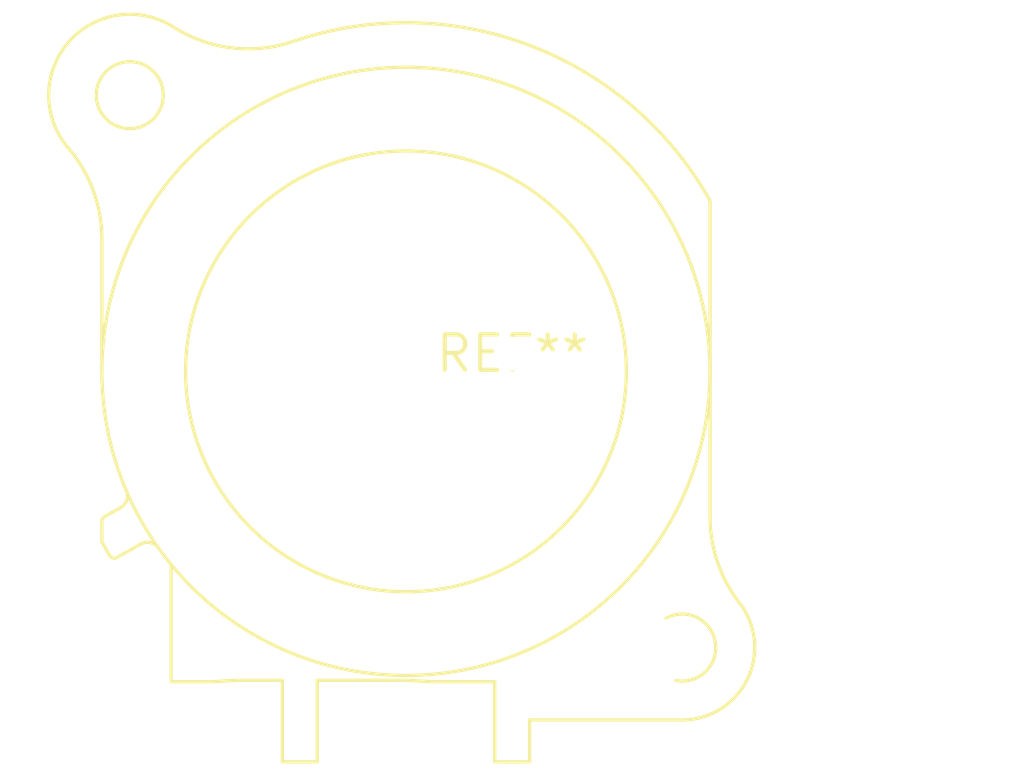
<source format=kicad_pcb>
(kicad_pcb (version 20240108) (generator pcbnew)
  (layers (0 "F.Cu" signal) (31 "B.Cu" signal) (34 "B.Paste" user) (35 "F.Paste" user) (36 "B.SilkS" user "B.Silkscreen") (37 "F.SilkS" user "F.Silkscreen") (38 "B.Mask" user) (39 "F.Mask" user) (44 "Edge.Cuts" user))
  (net 0 "")
  (footprint "Jack_XLR_Neutrik_NC5FAV-DA_Vertical" (layer "F.Cu") (at 0 0)
    (property "Reference" "REF**")
    (property "Value" "Jack_XLR_Neutrik_NC5FAV-DA_Vertical")
    (fp_line (start -14.71 0.635) (end -14.71 -4.13) (layer "F.SilkS") (stroke (width 0.12)))
    (fp_line (start -14.71 6.01) (end -14.71 6.7) (layer "F.SilkS") (stroke (width 0.12)))
    (fp_line (start -14.68 6.8) (end -14.43 7.24) (layer "F.SilkS") (stroke (width 0.12)))
    (fp_line (start -14.61 5.84) (end -14 5.5) (layer "F.SilkS") (stroke (width 0.12)))
    (fp_line (start -14.16 7.3) (end -13.27 6.8) (layer "F.SilkS") (stroke (width 0.12)))
    (fp_line (start -12.23 11.76) (end -12.23 7.62) (layer "F.SilkS") (stroke (width 0.12)))
    (fp_line (start -10.73 11.76) (end -12.23 11.76) (layer "F.SilkS") (stroke (width 0.12)))
    (fp_line (start -9.89 11.71) (end -10.73 11.76) (layer "F.SilkS") (stroke (width 0.12)))
    (fp_line (start -8.24 11.71) (end -9.89 11.71) (layer "F.SilkS") (stroke (width 0.12)))
    (fp_line (start -8.24 11.71) (end -8.24 14.63) (layer "F.SilkS") (stroke (width 0.12)))
    (fp_line (start -6.99 14.63) (end -8.24 14.63) (layer "F.SilkS") (stroke (width 0.12)))
    (fp_line (start -6.99 14.63) (end -6.99 11.71) (layer "F.SilkS") (stroke (width 0.12)))
    (fp_line (start -3.73 11.71) (end -6.99 11.71) (layer "F.SilkS") (stroke (width 0.12)))
    (fp_line (start -2.89 11.76) (end -3.73 11.71) (layer "F.SilkS") (stroke (width 0.12)))
    (fp_line (start -0.63 11.76) (end -2.89 11.76) (layer "F.SilkS") (stroke (width 0.12)))
    (fp_line (start -0.63 11.76) (end -0.63 14.63) (layer "F.SilkS") (stroke (width 0.12)))
    (fp_line (start 0.62 14.63) (end -0.63 14.63) (layer "F.SilkS") (stroke (width 0.12)))
    (fp_line (start 0.62 14.63) (end 0.62 13.13) (layer "F.SilkS") (stroke (width 0.12)))
    (fp_line (start 6.09 13.13) (end 0.62 13.13) (layer "F.SilkS") (stroke (width 0.12)))
    (fp_line (start 7.09 -5.43) (end 7.09 5.87) (layer "F.SilkS") (stroke (width 0.12)))
    (fp_arc (start -15.929066 -7.385564) (mid -15.028115 -5.866905) (end -14.71 -4.13) (layer "F.SilkS") (stroke (width 0.12)))
    (fp_arc (start -15.918146 -7.373153) (mid -15.902506 -11.164998) (end -12.15 -11.71) (layer "F.SilkS") (stroke (width 0.12)))
    (fp_arc (start -14.709743 6.009652) (mid -14.682878 5.9113) (end -14.61 5.84) (layer "F.SilkS") (stroke (width 0.12)))
    (fp_arc (start -14.682649 6.795385) (mid -14.703027 6.749614) (end -14.71 6.7) (layer "F.SilkS") (stroke (width 0.12)))
    (fp_arc (start -14.160142 7.297076) (mid -14.307987 7.329603) (end -14.43 7.24) (layer "F.SilkS") (stroke (width 0.12)))
    (fp_arc (start -13.801628 4.991381) (mid -13.826689 5.274601) (end -14 5.5) (layer "F.SilkS") (stroke (width 0.12)))
    (fp_arc (start -13.27 6.8) (mid -12.979462 6.773118) (end -12.722228 6.910835) (layer "F.SilkS") (stroke (width 0.12)))
    (fp_arc (start -12.267885 7.513016) (mid -12.239751 7.563253) (end -12.23 7.62) (layer "F.SilkS") (stroke (width 0.12)))
    (fp_arc (start -10.874228 -11.129536) (mid -11.532536 -11.374883) (end -12.15 -11.71) (layer "F.SilkS") (stroke (width 0.12)))
    (fp_arc (start -8.842926 -5.457584) (mid -7.213275 -6.497156) (end -5.38 -7.11) (layer "F.SilkS") (stroke (width 0.12)))
    (fp_arc (start -8.78758 -10.969733) (mid -9.842283 -10.938982) (end -10.88 -11.13) (layer "F.SilkS") (stroke (width 0.12)))
    (fp_arc (start -7.953762 -11.154656) (mid -8.367971 -11.044621) (end -8.79 -10.97) (layer "F.SilkS") (stroke (width 0.12)))
    (fp_arc (start -7.952655 -11.154934) (mid 0.574548 -11.067131) (end 7.06 -5.53) (layer "F.SilkS") (stroke (width 0.12)))
    (fp_arc (start -6.455617 -6.811518) (mid -5.923085 -6.979774) (end -5.38 -7.11) (layer "F.SilkS") (stroke (width 0.12)))
    (fp_arc (start -2.235447 -7.109114) (mid -1.692436 -6.978569) (end -1.16 -6.81) (layer "F.SilkS") (stroke (width 0.12)))
    (fp_arc (start 5.507701 9.483226) (mid 7.277502 10.347546) (end 5.86 11.715) (layer "F.SilkS") (stroke (width 0.12)))
    (fp_arc (start 7.056349 -5.537362) (mid 7.080146 -5.485866) (end 7.09 -5.43) (layer "F.SilkS") (stroke (width 0.12)))
    (fp_arc (start 8.152719 8.94722) (mid 8.42187 11.679951) (end 6.09 13.13) (layer "F.SilkS") (stroke (width 0.12)))
    (fp_arc (start 8.154941 8.951603) (mid 7.36532 7.499668) (end 7.09 5.87) (layer "F.SilkS") (stroke (width 0.12)))
    (fp_circle (center -13.71 -9.265) (end -12.51 -9.265) (layer "F.SilkS") (stroke (width 0.12)) (fill none))
    (fp_circle (center -3.81 0.635) (end 4.09 0.635) (layer "F.SilkS") (stroke (width 0.12)) (fill none))
    (fp_circle (center -3.81 0.635) (end 7.09 0.635) (layer "F.SilkS") (stroke (width 0.12)) (fill none))
    (pad "1" thru_hole circle (at 0 0) (size 2.9 2.9) (drill 1.2) (layers *.Cu *.Mask) (remove_unused_layers))
    (pad "2" thru_hole circle (at -0.635 3.175) (size 2.9 2.9) (drill 1.2) (layers *.Cu *.Mask) (remove_unused_layers))
    (pad "3" thru_hole circle (at -3.81 5.08) (size 2.9 2.9) (drill 1.2) (layers *.Cu *.Mask) (remove_unused_layers))
    (pad "4" thru_hole circle (at -6.985 3.175) (size 2.9 2.9) (drill 1.2) (layers *.Cu *.Mask) (remove_unused_layers))
    (pad "5" thru_hole circle (at -7.62 -0.635) (size 2.9 2.9) (drill 1.2) (layers *.Cu *.Mask) (remove_unused_layers))
    (pad "G" thru_hole circle (at 4.445 10.795) (size 2.9 2.9) (drill 1.2) (layers *.Cu *.Mask) (remove_unused_layers))
  )
)
</source>
